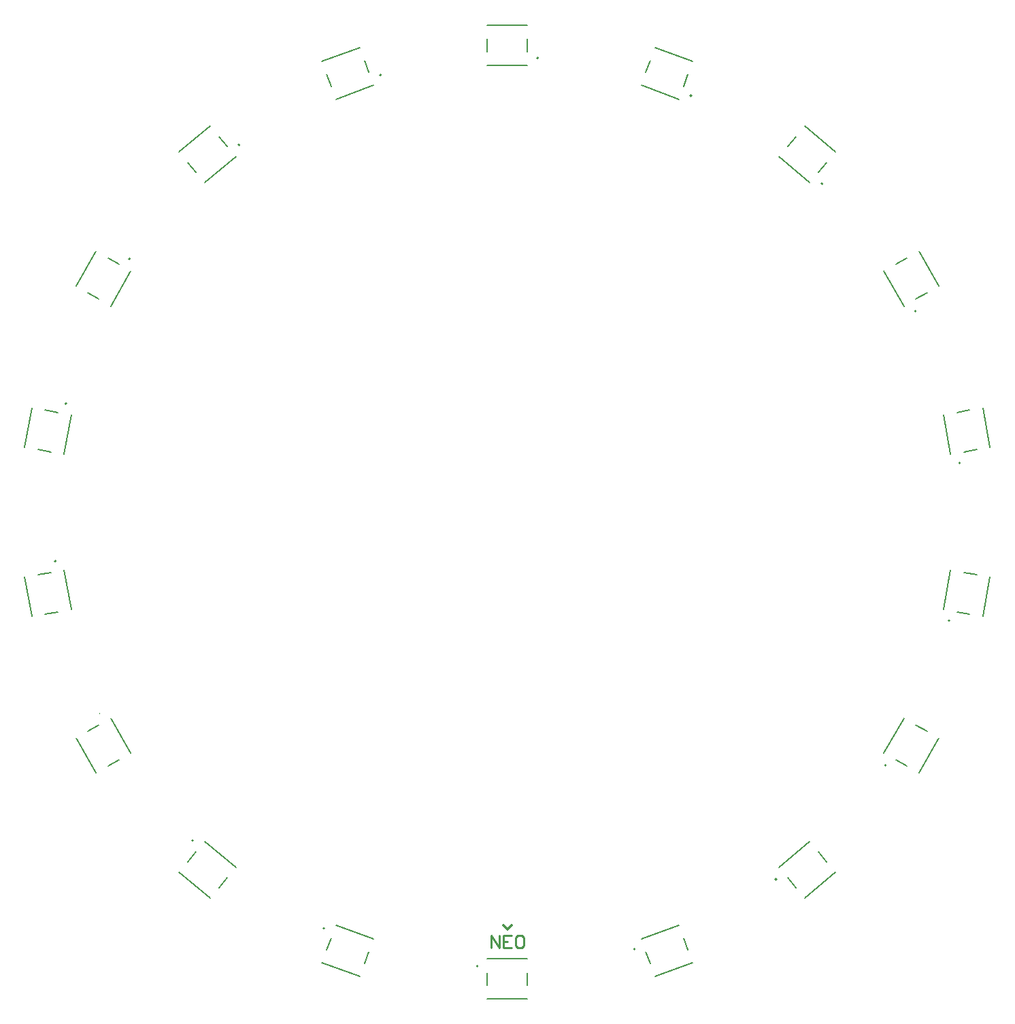
<source format=gbr>
G04*
G04 #@! TF.GenerationSoftware,Altium Limited,Altium Designer,24.5.2 (23)*
G04*
G04 Layer_Color=65535*
%FSLAX44Y44*%
%MOMM*%
G71*
G04*
G04 #@! TF.SameCoordinates,EC07AE21-C10E-4B47-8BBD-F1AFCD56138C*
G04*
G04*
G04 #@! TF.FilePolarity,Positive*
G04*
G01*
G75*
%ADD10C,0.2000*%
%ADD11C,0.1270*%
%ADD12C,0.3000*%
%ADD13C,0.2540*%
D10*
X1258880Y556586D02*
G03*
X1258880Y556586I-1000J0D01*
G01*
X1063500Y535360D02*
G03*
X1063500Y535360I-1000J0D01*
G01*
X872643Y582238D02*
G03*
X872643Y582238I-1000J0D01*
G01*
X1435217Y643356D02*
G03*
X1435217Y643356I-1000J0D01*
G01*
X1571243Y785204D02*
G03*
X1571243Y785204I-1000J0D01*
G01*
X1650550Y965021D02*
G03*
X1650550Y965021I-1000J0D01*
G01*
X1663574Y1161118D02*
G03*
X1663574Y1161118I-1000J0D01*
G01*
X1608743Y1349844D02*
G03*
X1608743Y1349844I-1000J0D01*
G01*
X1492670Y1508435D02*
G03*
X1492670Y1508435I-1000J0D01*
G01*
X1329357Y1617762D02*
G03*
X1329357Y1617762I-1000J0D01*
G01*
X1138500Y1664640D02*
G03*
X1138500Y1664640I-1000J0D01*
G01*
X943120Y1643414D02*
G03*
X943120Y1643414I-1000J0D01*
G01*
X766783Y1556644D02*
G03*
X766783Y1556644I-1000J0D01*
G01*
X630757Y1414796D02*
G03*
X630757Y1414796I-1000J0D01*
G01*
X551450Y1234979D02*
G03*
X551450Y1234979I-1000J0D01*
G01*
X538426Y1038882D02*
G03*
X538426Y1038882I-1000J0D01*
G01*
X592757Y849290D02*
G03*
X592757Y849290I-500J866D01*
G01*
X709330Y691549D02*
G03*
X709330Y691549I-1000J16D01*
G01*
D11*
X1319393Y570318D02*
X1324773Y555537D01*
X1272408Y553217D02*
X1277788Y538436D01*
X1266548Y569319D02*
X1313532Y586420D01*
X1283649Y522334D02*
X1330633Y539435D01*
X1125000Y511495D02*
Y527225D01*
X1075000Y511495D02*
Y527225D01*
Y544360D02*
X1125000D01*
X1075000Y494360D02*
X1125000D01*
X922212Y538436D02*
X927592Y553217D01*
X875227Y555537D02*
X880607Y570318D01*
X886468Y586420D02*
X933452Y569319D01*
X869367Y539435D02*
X916351Y522334D01*
X1487324Y677299D02*
X1497435Y665249D01*
X1449022Y645159D02*
X1459133Y633109D01*
X1438007Y658285D02*
X1476310Y690425D01*
X1470147Y619983D02*
X1508449Y652122D01*
X1608538Y835263D02*
X1622160Y827398D01*
X1583538Y791962D02*
X1597160Y784097D01*
X1568698Y800529D02*
X1593698Y843831D01*
X1612000Y775529D02*
X1637000Y818831D01*
X1668414Y1025159D02*
X1683905Y1022427D01*
X1659732Y975918D02*
X1675223Y973187D01*
X1642857Y978894D02*
X1651540Y1028134D01*
X1692098Y970211D02*
X1700780Y1019452D01*
X1659732Y1224081D02*
X1675223Y1226813D01*
X1668414Y1174841D02*
X1683905Y1177573D01*
X1642857Y1221106D02*
X1651540Y1171866D01*
X1692098Y1229789D02*
X1700780Y1180548D01*
X1583538Y1408038D02*
X1597160Y1415903D01*
X1608538Y1364737D02*
X1622160Y1372602D01*
X1568698Y1399471D02*
X1593698Y1356169D01*
X1612000Y1424471D02*
X1637000Y1381169D01*
X1449022Y1554841D02*
X1459133Y1566891D01*
X1487324Y1522701D02*
X1497435Y1534751D01*
X1438007Y1541715D02*
X1476310Y1509575D01*
X1470147Y1580017D02*
X1508449Y1547878D01*
X1272408Y1646783D02*
X1277788Y1661564D01*
X1319393Y1629682D02*
X1324773Y1644463D01*
X1266548Y1630681D02*
X1313532Y1613580D01*
X1283649Y1677666D02*
X1330633Y1660565D01*
X1075000Y1672775D02*
Y1688505D01*
X1125000Y1672775D02*
Y1688505D01*
X1075000Y1655640D02*
X1125000D01*
X1075000Y1705640D02*
X1125000D01*
X875227Y1644463D02*
X880607Y1629682D01*
X922212Y1661564D02*
X927592Y1646783D01*
X886468Y1613580D02*
X933452Y1630681D01*
X869367Y1660565D02*
X916351Y1677666D01*
X702565Y1534751D02*
X712676Y1522701D01*
X740867Y1566891D02*
X750978Y1554841D01*
X723690Y1509575D02*
X761993Y1541715D01*
X691551Y1547878D02*
X729853Y1580017D01*
X577840Y1372602D02*
X591462Y1364737D01*
X602840Y1415903D02*
X616462Y1408038D01*
X606302Y1356169D02*
X631302Y1399471D01*
X563000Y1381169D02*
X588000Y1424471D01*
X516095Y1177573D02*
X531586Y1174841D01*
X524777Y1226813D02*
X540268Y1224081D01*
X548460Y1171866D02*
X557143Y1221106D01*
X499220Y1180548D02*
X507902Y1229789D01*
X524777Y973187D02*
X540268Y975919D01*
X516094Y1022427D02*
X531586Y1025159D01*
X548460Y1028134D02*
X557143Y978894D01*
X499220Y1019452D02*
X507902Y970211D01*
X602840Y784097D02*
X616462Y791962D01*
X577840Y827398D02*
X591462Y835263D01*
X606302Y843831D02*
X631302Y800529D01*
X563000Y818831D02*
X588000Y775529D01*
X740867Y633109D02*
X750978Y645159D01*
X702565Y665249D02*
X712676Y677299D01*
X723690Y690425D02*
X761993Y658285D01*
X691551Y652122D02*
X729853Y619983D01*
D12*
X1100300Y581500D02*
X1105300Y586500D01*
X1095300D02*
X1100300Y581500D01*
D13*
X1079687Y558382D02*
Y573618D01*
X1089843Y558382D01*
Y573618D01*
X1105078D02*
X1094922D01*
Y558382D01*
X1105078D01*
X1094922Y566000D02*
X1100000D01*
X1117774Y573618D02*
X1112696D01*
X1110157Y571078D01*
Y560922D01*
X1112696Y558382D01*
X1117774D01*
X1120313Y560922D01*
Y571078D01*
X1117774Y573618D01*
M02*

</source>
